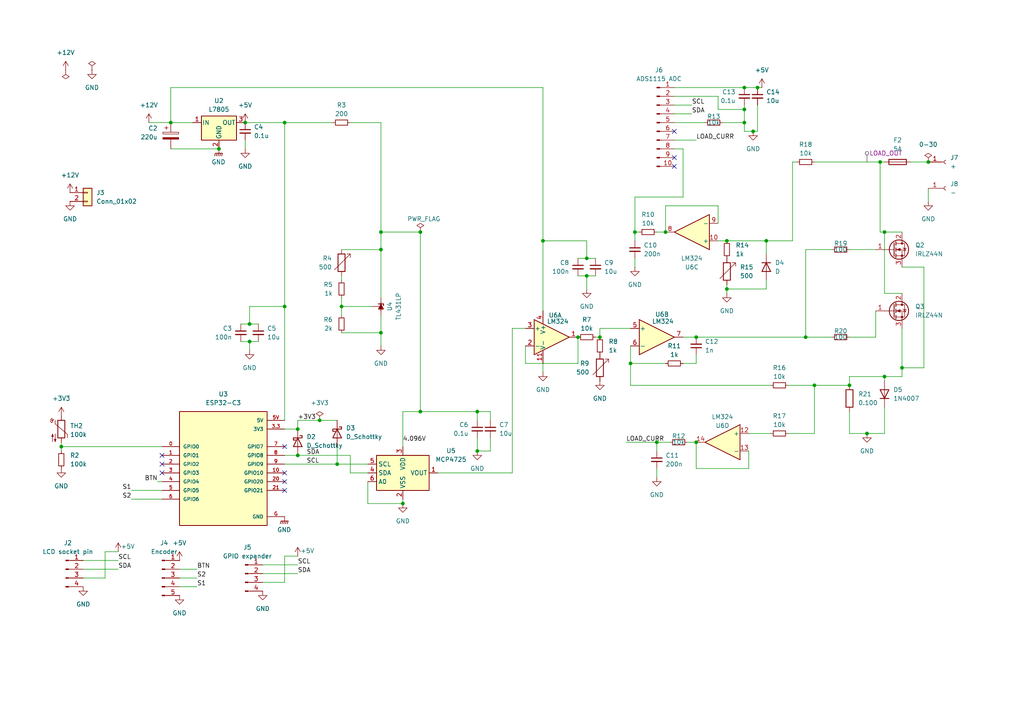
<source format=kicad_sch>
(kicad_sch (version 20250114) (generator "eeschema") (generator_version "9.0")
  (paper "A4")
  (title_block (title "DC Load") (date "2025-03-28") (rev "1") (company "Yurii"))
  (lib_symbols
    (symbol "Amplifier_Operational:LM324" (pin_names (offset 0.127))
      (property "Reference" "U" (at 0 5.08 0))
      (property "Value" "LM324" (at 0 -5.08 0))
      (symbol "LM324_1_1"
        (pin input line (at -7.62 2.54 0) (length 2.54) (name "+") (number "3"))
        (pin input line (at -7.62 -2.54 0) (length 2.54) (name "-") (number "2"))
        (pin output line (at 7.62 0 180) (length 2.54) (name "~") (number "1"))
      )
      (symbol "LM324_2_1"
        (pin input line (at -7.62 2.54 0) (length 2.54) (name "+") (number "5"))
        (pin input line (at -7.62 -2.54 0) (length 2.54) (name "-") (number "6"))
        (pin output line (at 7.62 0 180) (length 2.54) (name "~") (number "7"))
      )
      (symbol "LM324_3_1"
        (pin input line (at -7.62 2.54 0) (length 2.54) (name "+") (number "10"))
        (pin input line (at -7.62 -2.54 0) (length 2.54) (name "-") (number "9"))
        (pin output line (at 7.62 0 180) (length 2.54) (name "~") (number "8"))
      )
      (symbol "LM324_4_1"
        (pin input line (at -7.62 2.54 0) (length 2.54) (name "+") (number "12"))
        (pin input line (at -7.62 -2.54 0) (length 2.54) (name "-") (number "13"))
        (pin output line (at 7.62 0 180) (length 2.54) (name "~") (number "14"))
      )
      (symbol "LM324_5_1"
        (pin power_in line (at -2.54 7.62 270) (length 3.81) (name "V+") (number "4"))
        (pin power_in line (at -2.54 -7.62 90) (length 3.81) (name "V-") (number "11"))
      )
    )
    (symbol "Analog_DAC:MCP4725xxx-xCH"
      (property "Reference" "U" (at -6.35 6.35 0))
      (property "Value" "MCP4725xxx-xCH" (at 8.89 6.35 0))
      (symbol "MCP4725xxx-xCH_1_1"
        (pin input line (at -10.16 2.54 0) (length 2.54) (name "SCL") (number "5"))
        (pin bidirectional line (at -10.16 0 0) (length 2.54) (name "SDA") (number "4"))
        (pin input line (at -10.16 -2.54 0) (length 2.54) (name "A0") (number "6"))
        (pin power_in line (at 0 7.62 270) (length 2.54) (name "VDD") (number "3"))
        (pin power_in line (at 0 -7.62 90) (length 2.54) (name "VSS") (number "2"))
        (pin output line (at 10.16 0 180) (length 2.54) (name "VOUT") (number "1"))
      )
    )
    (symbol "Connector:Conn_01x01_Socket" (pin_names (offset 1.016) (hide yes))
      (property "Reference" "J" (at 0 2.54 0))
      (property "Value" "Conn_01x01_Socket" (at 0 -2.54 0))
      (symbol "Conn_01x01_Socket_1_1"
        (pin passive line (at -5.08 0 0) (length 3.81) (name "Pin_1") (number "1"))
      )
    )
    (symbol "Connector:Conn_01x04_Pin" (pin_names (offset 1.016) (hide yes))
      (property "Reference" "J" (at 0 5.08 0))
      (property "Value" "Conn_01x04_Pin" (at 0 -7.62 0))
      (symbol "Conn_01x04_Pin_1_1"
        (pin passive line (at 5.08 2.54 180) (length 3.81) (name "Pin_1") (number "1"))
        (pin passive line (at 5.08 0 180) (length 3.81) (name "Pin_2") (number "2"))
        (pin passive line (at 5.08 -2.54 180) (length 3.81) (name "Pin_3") (number "3"))
        (pin passive line (at 5.08 -5.08 180) (length 3.81) (name "Pin_4") (number "4"))
      )
    )
    (symbol "Connector:Conn_01x05_Pin" (pin_names (offset 1.016) (hide yes))
      (property "Reference" "J" (at 0 7.62 0))
      (property "Value" "Conn_01x05_Pin" (at 0 -7.62 0))
      (symbol "Conn_01x05_Pin_1_1"
        (pin passive line (at 5.08 5.08 180) (length 3.81) (name "Pin_1") (number "1"))
        (pin passive line (at 5.08 2.54 180) (length 3.81) (name "Pin_2") (number "2"))
        (pin passive line (at 5.08 0 180) (length 3.81) (name "Pin_3") (number "3"))
        (pin passive line (at 5.08 -2.54 180) (length 3.81) (name "Pin_4") (number "4"))
        (pin passive line (at 5.08 -5.08 180) (length 3.81) (name "Pin_5") (number "5"))
      )
    )
    (symbol "Connector:Conn_01x10_Pin" (pin_names (offset 1.016) (hide yes))
      (property "Reference" "J" (at 0 12.7 0))
      (property "Value" "Conn_01x10_Pin" (at 0 -15.24 0))
      (symbol "Conn_01x10_Pin_1_1"
        (pin passive line (at 5.08 10.16 180) (length 3.81) (name "Pin_1") (number "1"))
        (pin passive line (at 5.08 7.62 180) (length 3.81) (name "Pin_2") (number "2"))
        (pin passive line (at 5.08 5.08 180) (length 3.81) (name "Pin_3") (number "3"))
        (pin passive line (at 5.08 2.54 180) (length 3.81) (name "Pin_4") (number "4"))
        (pin passive line (at 5.08 0 180) (length 3.81) (name "Pin_5") (number "5"))
        (pin passive line (at 5.08 -2.54 180) (length 3.81) (name "Pin_6") (number "6"))
        (pin passive line (at 5.08 -5.08 180) (length 3.81) (name "Pin_7") (number "7"))
        (pin passive line (at 5.08 -7.62 180) (length 3.81) (name "Pin_8") (number "8"))
        (pin passive line (at 5.08 -10.16 180) (length 3.81) (name "Pin_9") (number "9"))
        (pin passive line (at 5.08 -12.7 180) (length 3.81) (name "Pin_10") (number "10"))
      )
    )
    (symbol "Connector_Generic:Conn_01x02" (pin_names (offset 1.016) (hide yes))
      (property "Reference" "J" (at 0 2.54 0))
      (property "Value" "Conn_01x02" (at 0 -5.08 0))
      (symbol "Conn_01x02_1_1"
        (pin passive line (at -5.08 0 0) (length 3.81) (name "Pin_1") (number "1"))
        (pin passive line (at -5.08 -2.54 0) (length 3.81) (name "Pin_2") (number "2"))
      )
    )
    (symbol "Device:C_Polarized" (pin_numbers (hide yes)) (pin_names (offset 0.254))
      (property "Reference" "C" (at 0.635 2.54 0))
      (property "Value" "C_Polarized" (at 0.635 -2.54 0))
      (symbol "C_Polarized_1_1"
        (pin passive line (at 0 3.81 270) (length 2.794) (name "~") (number "1"))
        (pin passive line (at 0 -3.81 90) (length 2.794) (name "~") (number "2"))
      )
    )
    (symbol "Device:C_Small" (pin_numbers (hide yes)) (pin_names (offset 0.254) (hide yes))
      (property "Reference" "C" (at 0.254 1.778 0))
      (property "Value" "C_Small" (at 0.254 -2.032 0))
      (symbol "C_Small_1_1"
        (pin passive line (at 0 2.54 270) (length 2.032) (name "~") (number "1"))
        (pin passive line (at 0 -2.54 90) (length 2.032) (name "~") (number "2"))
      )
    )
    (symbol "Device:D" (pin_numbers (hide yes)) (pin_names (offset 1.016) (hide yes))
      (property "Reference" "D" (at 0 2.54 0))
      (property "Value" "D" (at 0 -2.54 0))
      (symbol "D_1_1"
        (pin passive line (at -3.81 0 0) (length 2.54) (name "K") (number "1"))
        (pin passive line (at 3.81 0 180) (length 2.54) (name "A") (number "2"))
      )
    )
    (symbol "Device:D_Schottky" (pin_numbers (hide yes)) (pin_names (offset 1.016) (hide yes))
      (property "Reference" "D" (at 0 2.54 0))
      (property "Value" "D_Schottky" (at 0 -2.54 0))
      (symbol "D_Schottky_1_1"
        (pin passive line (at -3.81 0 0) (length 2.54) (name "K") (number "1"))
        (pin passive line (at 3.81 0 180) (length 2.54) (name "A") (number "2"))
      )
    )
    (symbol "Device:Fuse" (pin_numbers (hide yes)) (pin_names (offset 0))
      (property "Reference" "F" (at 2.032 0 90))
      (property "Value" "Fuse" (at -1.905 0 90))
      (symbol "Fuse_1_1"
        (pin passive line (at 0 3.81 270) (length 1.27) (name "~") (number "1"))
        (pin passive line (at 0 -3.81 90) (length 1.27) (name "~") (number "2"))
      )
    )
    (symbol "Device:R" (pin_numbers (hide yes)) (pin_names (offset 0))
      (property "Reference" "R" (at 2.032 0 90))
      (property "Value" "R" (at 0 0 90))
      (symbol "R_1_1"
        (pin passive line (at 0 3.81 270) (length 1.27) (name "~") (number "1"))
        (pin passive line (at 0 -3.81 90) (length 1.27) (name "~") (number "2"))
      )
    )
    (symbol "Device:R_Small" (pin_numbers (hide yes)) (pin_names (offset 0.254) (hide yes))
      (property "Reference" "R" (at 0.762 0.508 0))
      (property "Value" "R_Small" (at 0.762 -1.016 0))
      (symbol "R_Small_1_1"
        (pin passive line (at 0 2.54 270) (length 0.762) (name "~") (number "1"))
        (pin passive line (at 0 -2.54 90) (length 0.762) (name "~") (number "2"))
      )
    )
    (symbol "Device:R_Variable" (pin_numbers (hide yes)) (pin_names (offset 0))
      (property "Reference" "R" (at 2.54 -2.54 90))
      (property "Value" "R_Variable" (at -2.54 -1.27 90))
      (symbol "R_Variable_1_1"
        (pin passive line (at 0 3.81 270) (length 1.27) (name "~") (number "1"))
        (pin passive line (at 0 -3.81 90) (length 1.27) (name "~") (number "2"))
      )
    )
    (symbol "Device:Thermistor_NTC" (pin_numbers (hide yes)) (pin_names (offset 0))
      (property "Reference" "TH" (at -4.445 0 90))
      (property "Value" "Thermistor_NTC" (at 3.175 0 90))
      (symbol "Thermistor_NTC_1_1"
        (pin passive line (at 0 3.81 270) (length 1.27) (name "~") (number "1"))
        (pin passive line (at 0 -3.81 90) (length 1.27) (name "~") (number "2"))
      )
    )
    (symbol "ESP32-C3_SUPERMINI_TH:ESP32-C3_SUPERMINI_TH" (pin_names (offset 1.016))
      (property "Reference" "U" (at -12.7 16.002 0))
      (property "Value" "ESP32-C3_SUPERMINI_TH" (at -12.7 -20.32 0))
      (symbol "ESP32-C3_SUPERMINI_TH_0_0"
        (pin bidirectional line (at -17.78 5.08 0) (length 5.08) (name "GPIO0") (number "0"))
        (pin bidirectional line (at -17.78 2.54 0) (length 5.08) (name "GPIO1") (number "1"))
        (pin bidirectional line (at -17.78 0 0) (length 5.08) (name "GPIO2") (number "2"))
        (pin bidirectional line (at -17.78 -2.54 0) (length 5.08) (name "GPIO3") (number "3"))
        (pin bidirectional line (at -17.78 -5.08 0) (length 5.08) (name "GPIO4") (number "4"))
        (pin bidirectional line (at -17.78 -7.62 0) (length 5.08) (name "GPIO5") (number "5"))
        (pin bidirectional line (at -17.78 -10.16 0) (length 5.08) (name "GPIO6") (number "6"))
        (pin power_in line (at 17.78 12.7 180) (length 5.08) (name "5V") (number "5V"))
        (pin power_in line (at 17.78 10.16 180) (length 5.08) (name "3V3") (number "3.3"))
        (pin bidirectional line (at 17.78 5.08 180) (length 5.08) (name "GPIO7") (number "7"))
        (pin bidirectional line (at 17.78 2.54 180) (length 5.08) (name "GPIO8") (number "8"))
        (pin bidirectional line (at 17.78 0 180) (length 5.08) (name "GPIO9") (number "9"))
        (pin bidirectional line (at 17.78 -2.54 180) (length 5.08) (name "GPIO10") (number "10"))
        (pin bidirectional line (at 17.78 -5.08 180) (length 5.08) (name "GPIO20") (number "20"))
        (pin bidirectional line (at 17.78 -7.62 180) (length 5.08) (name "GPIO21") (number "21"))
        (pin power_in line (at 17.78 -15.24 180) (length 5.08) (name "GND") (number "G"))
      )
    )
    (symbol "Reference_Voltage:TL431LP" (pin_numbers (hide yes)) (pin_names (hide yes))
      (property "Reference" "U" (at -2.54 2.54 0))
      (property "Value" "TL431LP" (at 0 -2.54 0))
      (symbol "TL431LP_1_1"
        (pin passive line (at -2.54 0 0) (length 2.54) (name "A") (number "2"))
        (pin passive line (at 0 2.54 270) (length 2.54) (name "REF") (number "1"))
        (pin passive line (at 2.54 0 180) (length 2.54) (name "K") (number "3"))
      )
    )
    (symbol "Regulator_Linear:L7805" (pin_names (offset 0.254))
      (property "Reference" "U" (at -3.81 3.175 0))
      (property "Value" "L7805" (at 0 3.175 0))
      (symbol "L7805_1_1"
        (pin power_in line (at -7.62 0 0) (length 2.54) (name "IN") (number "1"))
        (pin power_in line (at 0 -7.62 90) (length 2.54) (name "GND") (number "2"))
        (pin power_out line (at 7.62 0 180) (length 2.54) (name "OUT") (number "3"))
      )
    )
    (symbol "Transistor_FET:IRLZ44N" (pin_names (hide yes))
      (property "Reference" "Q" (at 5.08 1.905 0))
      (property "Value" "IRLZ44N" (at 5.08 0 0))
      (symbol "IRLZ44N_1_1"
        (pin input line (at -5.08 0 0) (length 2.54) (name "G") (number "1"))
        (pin passive line (at 2.54 5.08 270) (length 2.54) (name "D") (number "2"))
        (pin passive line (at 2.54 -5.08 90) (length 2.54) (name "S") (number "3"))
      )
    )
    (symbol "power:+12V" (power) (pin_numbers (hide yes)) (pin_names (offset 0) (hide yes))
      (property "Value" "+12V" (at 0 3.556 0))
      (symbol "+12V_1_1"
        (pin power_in line (at 0 0 90) (length 0) (name "~") (number "1"))
      )
    )
    (symbol "power:+3V3" (power) (pin_numbers (hide yes)) (pin_names (offset 0) (hide yes))
      (property "Value" "+3V3" (at 0 3.556 0))
      (symbol "+3V3_1_1"
        (pin power_in line (at 0 0 90) (length 0) (name "~") (number "1"))
      )
    )
    (symbol "power:+5V" (power) (pin_numbers (hide yes)) (pin_names (offset 0) (hide yes))
      (property "Value" "+5V" (at 0 3.556 0))
      (symbol "+5V_1_1"
        (pin power_in line (at 0 0 90) (length 0) (name "~") (number "1"))
      )
    )
    (symbol "power:GND" (power) (pin_numbers (hide yes)) (pin_names (offset 0) (hide yes))
      (property "Value" "GND" (at 0 -3.81 0))
      (symbol "GND_1_1"
        (pin power_in line (at 0 0 270) (length 0) (name "~") (number "1"))
      )
    )
    (symbol "power:GNDPWR" (power) (pin_numbers (hide yes)) (pin_names (offset 0) (hide yes))
      (property "Value" "GNDPWR" (at 0 -3.302 0))
      (symbol "GNDPWR_1_1"
        (pin power_in line (at 0 0 270) (length 0) (name "~") (number "1"))
      )
    )
    (symbol "power:PWR_FLAG" (power) (pin_numbers (hide yes)) (pin_names (offset 0) (hide yes))
      (property "Value" "PWR_FLAG" (at 0 3.81 0))
      (symbol "PWR_FLAG_0_0"
        (pin power_out line (at 0 0 90) (length 0) (name "~") (number "1"))
      )
    )
  )
  (junction (at 269.24 46.99))
  (junction (at 193.04 67.31))
  (junction (at 82.55 35.56))
  (junction (at 261.62 106.68))
  (junction (at 182.88 105.41))
  (junction (at 138.43 130.81))
  (junction (at 170.18 80.01))
  (junction (at 121.92 67.31))
  (junction (at 215.9 31.75))
  (junction (at 251.46 125.73))
  (junction (at 236.22 111.76))
  (junction (at 92.71 121.92))
  (junction (at 201.93 128.27))
  (junction (at 97.79 134.62))
  (junction (at 86.36 124.46))
  (junction (at 222.25 69.85))
  (junction (at 170.18 74.93))
  (junction (at 17.78 129.54))
  (junction (at 173.99 97.79))
  (junction (at 157.48 69.85))
  (junction (at 190.5 128.27))
  (junction (at 246.38 111.76))
  (junction (at 121.92 119.38))
  (junction (at 86.36 132.08))
  (junction (at 110.49 67.31))
  (junction (at 110.49 72.39))
  (junction (at 256.54 109.22))
  (junction (at 71.12 35.56))
  (junction (at 201.93 97.79))
  (junction (at 116.84 146.05))
  (junction (at 184.15 67.31))
  (junction (at 210.82 83.82))
  (junction (at 72.39 93.98))
  (junction (at 63.5 43.18))
  (junction (at 215.9 35.56))
  (junction (at 138.43 119.38))
  (junction (at 99.06 88.9))
  (junction (at 256.54 67.31))
  (junction (at 72.39 99.06))
  (junction (at 218.44 38.1))
  (junction (at 255.27 46.99))
  (junction (at 233.68 97.79))
  (junction (at 219.71 25.4))
  (junction (at 110.49 96.52))
  (junction (at 210.82 69.85))
  (junction (at 215.9 25.4))
  (junction (at 49.53 35.56))
  (junction (at 82.55 88.9))
  (junction (at 167.64 97.79))
  (no_connect (at 195.58 48.26))
  (no_connect (at 82.55 139.7))
  (no_connect (at 46.99 134.62))
  (no_connect (at 82.55 142.24))
  (no_connect (at 82.55 129.54))
  (no_connect (at 195.58 38.1))
  (no_connect (at 46.99 137.16))
  (no_connect (at 82.55 137.16))
  (no_connect (at 46.99 132.08))
  (no_connect (at 195.58 45.72))
  (wire (pts (xy 256.54 109.22) (xy 246.38 109.22)))
  (wire (pts (xy 52.07 170.18) (xy 57.15 170.18)))
  (wire (pts (xy 195.58 33.02) (xy 200.66 33.02)))
  (wire (pts (xy 72.39 93.98) (xy 74.93 93.98)))
  (wire (pts (xy 208.28 59.69) (xy 193.04 59.69)))
  (wire (pts (xy 170.18 80.01) (xy 172.72 80.01)))
  (wire (pts (xy 201.93 97.79) (xy 198.12 97.79)))
  (wire (pts (xy 157.48 69.85) (xy 157.48 90.17)))
  (wire (pts (xy 110.49 100.33) (xy 110.49 96.52)))
  (wire (pts (xy 198.12 43.18) (xy 198.12 57.15)))
  (wire (pts (xy 210.82 85.09) (xy 210.82 83.82)))
  (wire (pts (xy 173.99 95.25) (xy 182.88 95.25)))
  (wire (pts (xy 184.15 67.31) (xy 184.15 69.85)))
  (wire (pts (xy 246.38 125.73) (xy 251.46 125.73)))
  (wire (pts (xy 195.58 27.94) (xy 208.28 27.94)))
  (wire (pts (xy 82.55 132.08) (xy 86.36 132.08)))
  (wire (pts (xy 148.59 95.25) (xy 148.59 137.16)))
  (wire (pts (xy 198.12 105.41) (xy 201.93 105.41)))
  (wire (pts (xy 86.36 121.92) (xy 86.36 124.46)))
  (wire (pts (xy 99.06 72.39) (xy 110.49 72.39)))
  (wire (pts (xy 121.92 119.38) (xy 138.43 119.38)))
  (wire (pts (xy 182.88 105.41) (xy 193.04 105.41)))
  (wire (pts (xy 82.55 134.62) (xy 97.79 134.62)))
  (wire (pts (xy 182.88 100.33) (xy 182.88 105.41)))
  (wire (pts (xy 49.53 43.18) (xy 63.5 43.18)))
  (wire (pts (xy 256.54 85.09) (xy 261.62 85.09)))
  (wire (pts (xy 236.22 125.73) (xy 228.6 125.73)))
  (wire (pts (xy 255.27 46.99) (xy 255.27 67.31)))
  (wire (pts (xy 195.58 43.18) (xy 198.12 43.18)))
  (wire (pts (xy 184.15 57.15) (xy 184.15 67.31)))
  (wire (pts (xy 261.62 95.25) (xy 261.62 106.68)))
  (wire (pts (xy 72.39 93.98) (xy 72.39 88.9)))
  (wire (pts (xy 223.52 125.73) (xy 217.17 125.73)))
  (wire (pts (xy 256.54 109.22) (xy 256.54 110.49)))
  (wire (pts (xy 49.53 25.4) (xy 157.48 25.4)))
  (wire (pts (xy 101.6 132.08) (xy 101.6 137.16)))
  (wire (pts (xy 152.4 100.33) (xy 152.4 105.41)))
  (wire (pts (xy 97.79 134.62) (xy 106.68 134.62)))
  (wire (pts (xy 190.5 128.27) (xy 190.5 130.81)))
  (wire (pts (xy 99.06 96.52) (xy 110.49 96.52)))
  (wire (pts (xy 236.22 46.99) (xy 255.27 46.99)))
  (wire (pts (xy 217.17 135.89) (xy 201.93 135.89)))
  (wire (pts (xy 69.85 99.06) (xy 72.39 99.06)))
  (wire (pts (xy 255.27 67.31) (xy 256.54 67.31)))
  (wire (pts (xy 52.07 167.64) (xy 57.15 167.64)))
  (wire (pts (xy 255.27 46.99) (xy 256.54 46.99)))
  (wire (pts (xy 82.55 161.29) (xy 82.55 168.91)))
  (wire (pts (xy 142.24 119.38) (xy 142.24 121.92)))
  (wire (pts (xy 233.68 97.79) (xy 241.3 97.79)))
  (wire (pts (xy 219.71 25.4) (xy 215.9 25.4)))
  (wire (pts (xy 190.5 135.89) (xy 190.5 138.43)))
  (wire (pts (xy 72.39 99.06) (xy 74.93 99.06)))
  (wire (pts (xy 17.78 129.54) (xy 46.99 129.54)))
  (wire (pts (xy 97.79 121.92) (xy 92.71 121.92)))
  (wire (pts (xy 190.5 128.27) (xy 194.31 128.27)))
  (wire (pts (xy 195.58 35.56) (xy 204.47 35.56)))
  (wire (pts (xy 96.52 35.56) (xy 82.55 35.56)))
  (wire (pts (xy 121.92 119.38) (xy 116.84 119.38)))
  (wire (pts (xy 208.28 69.85) (xy 210.82 69.85)))
  (wire (pts (xy 17.78 129.54) (xy 17.78 130.81)))
  (wire (pts (xy 99.06 88.9) (xy 99.06 91.44)))
  (wire (pts (xy 195.58 30.48) (xy 200.66 30.48)))
  (wire (pts (xy 208.28 31.75) (xy 215.9 31.75)))
  (wire (pts (xy 17.78 128.27) (xy 17.78 129.54)))
  (wire (pts (xy 49.53 35.56) (xy 49.53 25.4)))
  (wire (pts (xy 43.18 35.56) (xy 49.53 35.56)))
  (wire (pts (xy 256.54 118.11) (xy 256.54 125.73)))
  (wire (pts (xy 110.49 35.56) (xy 110.49 67.31)))
  (wire (pts (xy 92.71 121.92) (xy 86.36 121.92)))
  (wire (pts (xy 220.98 25.4) (xy 219.71 25.4)))
  (wire (pts (xy 138.43 119.38) (xy 138.43 121.92)))
  (wire (pts (xy 215.9 25.4) (xy 195.58 25.4)))
  (wire (pts (xy 182.88 111.76) (xy 223.52 111.76)))
  (wire (pts (xy 167.64 97.79) (xy 167.64 105.41)))
  (wire (pts (xy 38.1 142.24) (xy 46.99 142.24)))
  (wire (pts (xy 201.93 97.79) (xy 233.68 97.79)))
  (wire (pts (xy 219.71 30.48) (xy 219.71 38.1)))
  (wire (pts (xy 82.55 161.29) (xy 86.36 161.29)))
  (wire (pts (xy 110.49 72.39) (xy 110.49 86.36)))
  (wire (pts (xy 269.24 54.61) (xy 269.24 58.42)))
  (wire (pts (xy 170.18 80.01) (xy 170.18 83.82)))
  (wire (pts (xy 229.87 46.99) (xy 229.87 69.85)))
  (wire (pts (xy 208.28 27.94) (xy 208.28 31.75)))
  (wire (pts (xy 148.59 95.25) (xy 152.4 95.25)))
  (wire (pts (xy 45.72 139.7) (xy 46.99 139.7)))
  (wire (pts (xy 261.62 106.68) (xy 261.62 109.22)))
  (wire (pts (xy 210.82 83.82) (xy 222.25 83.82)))
  (wire (pts (xy 210.82 83.82) (xy 210.82 82.55)))
  (wire (pts (xy 99.06 81.28) (xy 99.06 80.01)))
  (wire (pts (xy 106.68 139.7) (xy 106.68 146.05)))
  (wire (pts (xy 229.87 46.99) (xy 231.14 46.99)))
  (wire (pts (xy 222.25 69.85) (xy 210.82 69.85)))
  (wire (pts (xy 170.18 74.93) (xy 170.18 69.85)))
  (wire (pts (xy 261.62 109.22) (xy 256.54 109.22)))
  (wire (pts (xy 222.25 81.28) (xy 222.25 83.82)))
  (wire (pts (xy 246.38 119.38) (xy 246.38 125.73)))
  (wire (pts (xy 127 137.16) (xy 148.59 137.16)))
  (wire (pts (xy 190.5 67.31) (xy 193.04 67.31)))
  (wire (pts (xy 76.2 166.37) (xy 86.36 166.37)))
  (wire (pts (xy 110.49 35.56) (xy 101.6 35.56)))
  (wire (pts (xy 172.72 97.79) (xy 173.99 97.79)))
  (wire (pts (xy 195.58 40.64) (xy 201.93 40.64)))
  (wire (pts (xy 157.48 107.95) (xy 157.48 105.41)))
  (wire (pts (xy 261.62 77.47) (xy 267.97 77.47)))
  (wire (pts (xy 199.39 128.27) (xy 201.93 128.27)))
  (wire (pts (xy 184.15 74.93) (xy 184.15 77.47)))
  (wire (pts (xy 38.1 144.78) (xy 46.99 144.78)))
  (wire (pts (xy 246.38 111.76) (xy 246.38 109.22)))
  (wire (pts (xy 246.38 72.39) (xy 254 72.39)))
  (wire (pts (xy 193.04 59.69) (xy 193.04 67.31)))
  (wire (pts (xy 72.39 88.9) (xy 82.55 88.9)))
  (wire (pts (xy 110.49 67.31) (xy 121.92 67.31)))
  (wire (pts (xy 233.68 72.39) (xy 233.68 97.79)))
  (wire (pts (xy 170.18 74.93) (xy 172.72 74.93)))
  (wire (pts (xy 254 90.17) (xy 254 97.79)))
  (wire (pts (xy 138.43 130.81) (xy 142.24 130.81)))
  (wire (pts (xy 215.9 31.75) (xy 215.9 35.56)))
  (wire (pts (xy 228.6 111.76) (xy 236.22 111.76)))
  (wire (pts (xy 157.48 25.4) (xy 157.48 69.85)))
  (wire (pts (xy 218.44 38.1) (xy 219.71 38.1)))
  (wire (pts (xy 241.3 72.39) (xy 233.68 72.39)))
  (wire (pts (xy 72.39 99.06) (xy 72.39 101.6)))
  (wire (pts (xy 209.55 35.56) (xy 215.9 35.56)))
  (wire (pts (xy 121.92 67.31) (xy 121.92 119.38)))
  (wire (pts (xy 138.43 119.38) (xy 142.24 119.38)))
  (wire (pts (xy 181.61 128.27) (xy 190.5 128.27)))
  (wire (pts (xy 261.62 106.68) (xy 267.97 106.68)))
  (wire (pts (xy 97.79 129.54) (xy 97.79 134.62)))
  (wire (pts (xy 142.24 127) (xy 142.24 130.81)))
  (wire (pts (xy 246.38 97.79) (xy 254 97.79)))
  (wire (pts (xy 71.12 35.56) (xy 82.55 35.56)))
  (wire (pts (xy 167.64 80.01) (xy 170.18 80.01)))
  (wire (pts (xy 82.55 124.46) (xy 86.36 124.46)))
  (wire (pts (xy 256.54 67.31) (xy 256.54 85.09)))
  (wire (pts (xy 101.6 137.16) (xy 106.68 137.16)))
  (wire (pts (xy 110.49 67.31) (xy 110.49 72.39)))
  (wire (pts (xy 215.9 35.56) (xy 215.9 38.1)))
  (wire (pts (xy 116.84 146.05) (xy 106.68 146.05)))
  (wire (pts (xy 24.13 162.56) (xy 34.29 162.56)))
  (wire (pts (xy 236.22 111.76) (xy 236.22 125.73)))
  (wire (pts (xy 30.48 160.02) (xy 34.29 160.02)))
  (wire (pts (xy 24.13 165.1) (xy 34.29 165.1)))
  (wire (pts (xy 52.07 165.1) (xy 57.15 165.1)))
  (wire (pts (xy 222.25 73.66) (xy 222.25 69.85)))
  (wire (pts (xy 86.36 132.08) (xy 101.6 132.08)))
  (wire (pts (xy 30.48 160.02) (xy 30.48 167.64)))
  (wire (pts (xy 201.93 128.27) (xy 201.93 135.89)))
  (wire (pts (xy 49.53 35.56) (xy 55.88 35.56)))
  (wire (pts (xy 30.48 167.64) (xy 24.13 167.64)))
  (wire (pts (xy 152.4 105.41) (xy 167.64 105.41)))
  (wire (pts (xy 167.64 74.93) (xy 170.18 74.93)))
  (wire (pts (xy 229.87 69.85) (xy 222.25 69.85)))
  (wire (pts (xy 99.06 88.9) (xy 107.95 88.9)))
  (wire (pts (xy 256.54 67.31) (xy 261.62 67.31)))
  (wire (pts (xy 264.16 46.99) (xy 269.24 46.99)))
  (wire (pts (xy 82.55 168.91) (xy 76.2 168.91)))
  (wire (pts (xy 138.43 127) (xy 138.43 130.81)))
  (wire (pts (xy 157.48 69.85) (xy 170.18 69.85)))
  (wire (pts (xy 215.9 30.48) (xy 215.9 31.75)))
  (wire (pts (xy 110.49 96.52) (xy 110.49 91.44)))
  (wire (pts (xy 267.97 77.47) (xy 267.97 106.68)))
  (wire (pts (xy 236.22 111.76) (xy 246.38 111.76)))
  (wire (pts (xy 69.85 93.98) (xy 72.39 93.98)))
  (wire (pts (xy 82.55 35.56) (xy 82.55 88.9)))
  (wire (pts (xy 217.17 130.81) (xy 217.17 135.89)))
  (wire (pts (xy 99.06 86.36) (xy 99.06 88.9)))
  (wire (pts (xy 182.88 105.41) (xy 182.88 111.76)))
  (wire (pts (xy 173.99 97.79) (xy 173.99 95.25)))
  (wire (pts (xy 184.15 57.15) (xy 198.12 57.15)))
  (wire (pts (xy 116.84 144.78) (xy 116.84 146.05)))
  (wire (pts (xy 82.55 88.9) (xy 82.55 121.92)))
  (wire (pts (xy 215.9 38.1) (xy 218.44 38.1)))
  (wire (pts (xy 251.46 125.73) (xy 256.54 125.73)))
  (wire (pts (xy 76.2 163.83) (xy 86.36 163.83)))
  (wire (pts (xy 184.15 67.31) (xy 185.42 67.31)))
  (wire (pts (xy 71.12 40.64) (xy 71.12 43.18)))
  (wire (pts (xy 208.28 64.77) (xy 208.28 59.69)))
  (wire (pts (xy 201.93 102.87) (xy 201.93 105.41)))
  (wire (pts (xy 116.84 119.38) (xy 116.84 129.54)))
  (label "LOAD_CURR" (at 201.93 40.64 0))
  (label "4.096V" (at 116.84 128.27 0))
  (label "SCL" (at 88.9 134.62 0))
  (label "+3V3" (at 86.36 121.92 0))
  (label "LOAD_CURR" (at 181.61 128.27 0))
  (label "SDA" (at 200.66 33.02 0))
  (label "BTN" (at 45.72 139.7 180))
  (label "S2" (at 57.15 167.64 0))
  (label "SCL" (at 86.36 163.83 0))
  (label "S2" (at 38.1 144.78 180))
  (label "SCL" (at 34.29 162.56 0))
  (label "SCL" (at 200.66 30.48 0))
  (label "S1" (at 57.15 170.18 0))
  (label "SDA" (at 86.36 166.37 0))
  (label "S1" (at 38.1 142.24 180))
  (label "BTN" (at 57.15 165.1 0))
  (label "SDA" (at 88.9 132.08 0))
  (label "SDA" (at 34.29 165.1 0))
  (netclass_flag "" (length 2.54) (shape round) (at 251.46 46.99 0) (property "Netclass" "LOAD_OUT" (at 252.1585 44.45 0) (effects (justify left))))
  (symbol (lib_id "Device:R_Small") (at 170.18 97.79 90) (unit 1)
    (property "Reference" "R7" (at 170.18 92.71 90))
    (property "Value" "10k" (at 170.18 95.25 90))
    (property "Footprint" "Resistor_THT:R_Axial_DIN0207_L6.3mm_D2.5mm_P10.16mm_Horizontal" (effects (hide yes)))
    (property "Description" "Resistor, small symbol" (effects (hide yes)))
  )
  (symbol (lib_id "Amplifier_Operational:LM324") (at 160.02 97.79 0) (unit 1)
    (property "Reference" "U6" (at 161.036 91.44 0))
    (property "Value" "LM324" (at 161.798 93.218 0))
    (property "Footprint" "Package_DIP:DIP-14_W7.62mm" (effects (hide yes)))
    (property "Datasheet" "http://www.ti.com/lit/ds/symlink/lm2902-n.pdf" (effects (hide yes)))
    (property "Description" "Low-Power, Quad-Operational Amplifiers, DIP-14/SOIC-14/SSOP-14" (effects (hide yes)))
  )
  (symbol (lib_id "Device:R_Variable") (at 210.82 78.74 0) (unit 1)
    (property "Reference" "R15" (at 214.63 77.4699 0) (effects (justify left)))
    (property "Value" "500" (at 214.63 80.0099 0) (effects (justify left)))
    (property "Footprint" "Resistor_THT:R_Axial_DIN0207_L6.3mm_D2.5mm_P10.16mm_Horizontal" (effects (hide yes)))
    (property "Description" "Variable resistor" (effects (hide yes)))
  )
  (symbol (lib_id "Device:R_Small") (at 207.01 35.56 90) (unit 1)
    (property "Reference" "R13" (at 207.01 33.782 90))
    (property "Value" "10k" (at 207.01 35.56 90))
    (property "Footprint" "Resistor_THT:R_Axial_DIN0207_L6.3mm_D2.5mm_P10.16mm_Horizontal" (effects (hide yes)))
    (property "Description" "Resistor, small symbol" (effects (hide yes)))
  )
  (symbol (lib_id "Device:C_Small") (at 172.72 77.47 0) (unit 1)
    (property "Reference" "C9" (at 175.26 76.2062 0) (effects (justify left)))
    (property "Value" "10u" (at 175.26 78.7462 0) (effects (justify left)))
    (property "Footprint" "Capacitor_THT:CP_Radial_D5.0mm_P2.50mm" (effects (hide yes)))
    (property "Description" "Unpolarized capacitor, small symbol" (effects (hide yes)))
  )
  (symbol (lib_id "Device:D_Schottky") (at 86.36 128.27 270) (unit 1)
    (property "Reference" "D2" (at 88.9 126.6824 90) (effects (justify left)))
    (property "Value" "D_Schottky" (at 88.9 129.2224 90) (effects (justify left)))
    (property "Footprint" "Diode_THT:D_DO-201AD_P15.24mm_Horizontal" (effects (hide yes)))
    (property "Description" "Schottky diode" (effects (hide yes)))
  )
  (symbol (lib_id "Device:C_Small") (at 219.71 27.94 0) (unit 1)
    (property "Reference" "C14" (at 222.25 26.6762 0) (effects (justify left)))
    (property "Value" "10u" (at 222.25 29.2162 0) (effects (justify left)))
    (property "Footprint" "Capacitor_THT:CP_Radial_D5.0mm_P2.50mm" (effects (hide yes)))
    (property "Description" "Unpolarized capacitor, small symbol" (effects (hide yes)))
  )
  (symbol (lib_id "power:GND") (at 24.13 170.18 0) (unit 1)
    (property "Reference" "#PWR07" (effects (hide yes)))
    (property "Value" "GND" (at 24.13 175.26 0))
    (property "Description" "Power symbol creates a global label with name \"GND\" , ground" (effects (hide yes)))
  )
  (symbol (lib_id "Amplifier_Operational:LM324") (at 209.55 128.27 0) (mirror y) (unit 4)
    (property "Reference" "U6" (at 209.55 123.444 0))
    (property "Value" "LM324" (at 209.55 120.904 0))
    (property "Footprint" "Package_DIP:DIP-14_W7.62mm" (effects (hide yes)))
    (property "Datasheet" "http://www.ti.com/lit/ds/symlink/lm2902-n.pdf" (effects (hide yes)))
    (property "Description" "Low-Power, Quad-Operational Amplifiers, DIP-14/SOIC-14/SSOP-14" (effects (hide yes)))
  )
  (symbol (lib_id "Device:D") (at 256.54 114.3 90) (unit 1)
    (property "Reference" "D5" (at 259.08 113.0299 90) (effects (justify right)))
    (property "Value" "1N4007" (at 259.08 115.5699 90) (effects (justify right)))
    (property "Footprint" "Diode_THT:D_DO-201AD_P15.24mm_Horizontal" (effects (hide yes)))
    (property "Description" "Diode" (effects (hide yes)))
    (property "Sim.Device" "D" (effects (hide yes)))
    (property "Sim.Pins" "1=K 2=A" (effects (hide yes)))
  )
  (symbol (lib_id "Device:R_Small") (at 173.99 100.33 0) (unit 1)
    (property "Reference" "R8" (at 176.53 99.0599 0) (effects (justify left)))
    (property "Value" "1k" (at 176.53 101.5999 0) (effects (justify left)))
    (property "Footprint" "Resistor_THT:R_Axial_DIN0207_L6.3mm_D2.5mm_P10.16mm_Horizontal" (effects (hide yes)))
    (property "Description" "Resistor, small symbol" (effects (hide yes)))
  )
  (symbol (lib_id "Device:R_Small") (at 243.84 72.39 270) (unit 1)
    (property "Reference" "R19" (at 243.84 70.612 90))
    (property "Value" "100" (at 243.84 72.39 90))
    (property "Footprint" "Resistor_THT:R_Axial_DIN0207_L6.3mm_D2.5mm_P10.16mm_Horizontal" (effects (hide yes)))
    (property "Description" "Resistor, small symbol" (effects (hide yes)))
  )
  (symbol (lib_id "Device:R_Small") (at 233.68 46.99 270) (unit 1)
    (property "Reference" "R18" (at 233.68 41.91 90))
    (property "Value" "10k" (at 233.68 44.45 90))
    (property "Footprint" "Resistor_THT:R_Axial_DIN0207_L6.3mm_D2.5mm_P10.16mm_Horizontal" (effects (hide yes)))
    (property "Description" "Resistor, small symbol" (effects (hide yes)))
  )
  (symbol (lib_id "power:GND") (at 17.78 135.89 0) (unit 1)
    (property "Reference" "#PWR03" (effects (hide yes)))
    (property "Value" "GND" (at 17.78 140.97 0))
    (property "Description" "Power symbol creates a global label with name \"GND\" , ground" (effects (hide yes)))
  )
  (symbol (lib_id "Connector:Conn_01x04_Pin") (at 19.05 165.1 0) (unit 1)
    (property "Reference" "J2" (at 19.685 157.48 0))
    (property "Value" "LCD socket pin" (at 19.685 160.02 0))
    (property "Footprint" "Connector_PinHeader_2.54mm:PinHeader_1x04_P2.54mm_Vertical" (effects (hide yes)))
    (property "Description" "Generic connector, single row, 01x04, script generated" (effects (hide yes)))
  )
  (symbol (lib_id "power:GND") (at 72.39 101.6 0) (unit 1)
    (property "Reference" "#PWR015" (effects (hide yes)))
    (property "Value" "GND" (at 72.39 106.68 0))
    (property "Description" "Power symbol creates a global label with name \"GND\" , ground" (effects (hide yes)))
  )
  (symbol (lib_id "power:+5V") (at 52.07 162.56 0) (unit 1)
    (property "Reference" "#PWR011" (effects (hide yes)))
    (property "Value" "+5V" (at 52.07 157.48 0))
    (property "Description" "Power symbol creates a global label with name \"+5V\"" (effects (hide yes)))
  )
  (symbol (lib_id "power:GND") (at 251.46 125.73 0) (unit 1)
    (property "Reference" "#PWR029" (effects (hide yes)))
    (property "Value" "GND" (at 251.46 130.81 0))
    (property "Description" "Power symbol creates a global label with name \"GND\" , ground" (effects (hide yes)))
  )
  (symbol (lib_id "power:GND") (at 138.43 130.81 0) (unit 1)
    (property "Reference" "#PWR020" (effects (hide yes)))
    (property "Value" "GND" (at 138.43 135.89 0))
    (property "Description" "Power symbol creates a global label with name \"GND\" , ground" (effects (hide yes)))
  )
  (symbol (lib_id "Device:R_Small") (at 226.06 111.76 270) (unit 1)
    (property "Reference" "R16" (at 226.06 106.68 90))
    (property "Value" "10k" (at 226.06 109.22 90))
    (property "Footprint" "Resistor_THT:R_Axial_DIN0207_L6.3mm_D2.5mm_P10.16mm_Horizontal" (effects (hide yes)))
    (property "Description" "Resistor, small symbol" (effects (hide yes)))
  )
  (symbol (lib_id "power:GND") (at 184.15 77.47 0) (unit 1)
    (property "Reference" "#PWR024" (effects (hide yes)))
    (property "Value" "GND" (at 184.15 82.55 0))
    (property "Description" "Power symbol creates a global label with name \"GND\" , ground" (effects (hide yes)))
  )
  (symbol (lib_id "power:+12V") (at 19.05 20.32 0) (unit 1)
    (property "Reference" "#PWR04" (effects (hide yes)))
    (property "Value" "+12V" (at 19.05 15.24 0))
    (property "Description" "Power symbol creates a global label with name \"+12V\"" (effects (hide yes)))
  )
  (symbol (lib_id "Device:Thermistor_NTC") (at 17.78 124.46 0) (unit 1)
    (property "Reference" "TH2" (at 20.32 123.5074 0) (effects (justify left)))
    (property "Value" "100k" (at 20.32 126.0474 0) (effects (justify left)))
    (property "Footprint" "Resistor_THT:R_Axial_DIN0207_L6.3mm_D2.5mm_P10.16mm_Horizontal" (effects (hide yes)))
    (property "Description" "Temperature dependent resistor, negative temperature coefficient" (effects (hide yes)))
  )
  (symbol (lib_id "power:+3V3") (at 17.78 120.65 0) (unit 1)
    (property "Reference" "#PWR02" (effects (hide yes)))
    (property "Value" "+3V3" (at 17.78 115.57 0))
    (property "Description" "Power symbol creates a global label with name \"+3V3\"" (effects (hide yes)))
  )
  (symbol (lib_id "Device:R_Small") (at 187.96 67.31 90) (unit 1)
    (property "Reference" "R10" (at 187.96 62.23 90))
    (property "Value" "10k" (at 187.96 64.77 90))
    (property "Footprint" "Resistor_THT:R_Axial_DIN0207_L6.3mm_D2.5mm_P10.16mm_Horizontal" (effects (hide yes)))
    (property "Description" "Resistor, small symbol" (effects (hide yes)))
  )
  (symbol (lib_id "Device:C_Small") (at 190.5 133.35 0) (unit 1)
    (property "Reference" "C11" (at 193.04 132.0862 0) (effects (justify left)))
    (property "Value" "200n" (at 193.04 134.6262 0) (effects (justify left)))
    (property "Footprint" "Capacitor_THT:CP_Radial_D5.0mm_P2.50mm" (effects (hide yes)))
    (property "Description" "Unpolarized capacitor, small symbol" (effects (hide yes)))
  )
  (symbol (lib_id "Device:C_Small") (at 215.9 27.94 0) (mirror y) (unit 1)
    (property "Reference" "C13" (at 213.36 26.6762 0) (effects (justify left)))
    (property "Value" "0.1u" (at 213.36 29.2162 0) (effects (justify left)))
    (property "Footprint" "Capacitor_THT:C_Disc_D3.0mm_W2.0mm_P2.50mm" (effects (hide yes)))
    (property "Description" "Unpolarized capacitor, small symbol" (effects (hide yes)))
  )
  (symbol (lib_id "power:+12V") (at 43.18 35.56 0) (unit 1)
    (property "Reference" "#PWR010" (effects (hide yes)))
    (property "Value" "+12V" (at 43.18 30.48 0))
    (property "Description" "Power symbol creates a global label with name \"+12V\"" (effects (hide yes)))
  )
  (symbol (lib_id "Connector:Conn_01x05_Pin") (at 46.99 167.64 0) (unit 1)
    (property "Reference" "J4" (at 47.625 157.48 0))
    (property "Value" "Encoder" (at 47.625 160.02 0))
    (property "Footprint" "Connector_PinHeader_2.54mm:PinHeader_1x05_P2.54mm_Vertical" (effects (hide yes)))
    (property "Description" "Generic connector, single row, 01x05, script generated" (effects (hide yes)))
  )
  (symbol (lib_id "power:GND") (at 76.2 171.45 0) (unit 1)
    (property "Reference" "#PWR016" (effects (hide yes)))
    (property "Value" "GND" (at 76.2 176.53 0))
    (property "Description" "Power symbol creates a global label with name \"GND\" , ground" (effects (hide yes)))
  )
  (symbol (lib_id "Regulator_Linear:L7805") (at 63.5 35.56 0) (unit 1)
    (property "Reference" "U2" (at 63.5 29.21 0))
    (property "Value" "L7805" (at 63.5 31.75 0))
    (property "Footprint" "Package_TO_SOT_THT:TO-220F-3_Vertical" (effects (hide yes)))
    (property "Datasheet" "http://www.st.com/content/ccc/resource/technical/document/datasheet/41/4f/b3/b0/12/d4/47/88/CD00000444.pdf/files/CD00000444.pdf/jcr:content/translations/en.CD00000444.pdf" (effects (hide yes)))
    (property "Description" "Positive 1.5A 35V Linear Regulator, Fixed Output 5V, TO-220/TO-263/TO-252" (effects (hide yes)))
  )
  (symbol (lib_id "power:+5V") (at 86.36 161.29 0) (unit 1)
    (property "Reference" "#PWR017" (effects (hide yes)))
    (property "Value" "+5V" (at 89.154 159.766 0))
    (property "Description" "Power symbol creates a global label with name \"+5V\"" (effects (hide yes)))
  )
  (symbol (lib_id "power:GNDPWR") (at 63.5 43.18 0) (unit 1)
    (property "Reference" "#PWR_FLAG02" (effects (hide yes)))
    (property "Value" "GND" (at 63.373 46.99 0))
    (property "Description" "Power symbol creates a global label with name \"GNDPWR\" , global ground" (effects (hide yes)))
  )
  (symbol (lib_id "Transistor_FET:IRLZ44N") (at 259.08 72.39 0) (unit 1)
    (property "Reference" "Q2" (at 265.43 71.1199 0) (effects (justify left)))
    (property "Value" "IRLZ44N" (at 265.43 73.6599 0) (effects (justify left)))
    (property "Footprint" "Package_TO_SOT_THT:TO-220-3_Vertical" (effects (hide yes)))
    (property "Datasheet" "http://www.irf.com/product-info/datasheets/data/irlz44n.pdf" (effects (hide yes)))
    (property "Description" "47A Id, 55V Vds, 22mOhm Rds Single N-Channel HEXFET Power MOSFET, TO-220AB" (effects (hide yes)))
  )
  (symbol (lib_id "power:GND") (at 170.18 83.82 0) (unit 1)
    (property "Reference" "#PWR022" (effects (hide yes)))
    (property "Value" "GND" (at 170.18 88.9 0))
    (property "Description" "Power symbol creates a global label with name \"GND\" , ground" (effects (hide yes)))
  )
  (symbol (lib_id "power:GND") (at 110.49 100.33 0) (unit 1)
    (property "Reference" "#PWR018" (effects (hide yes)))
    (property "Value" "GND" (at 110.49 105.41 0))
    (property "Description" "Power symbol creates a global label with name \"GND\" , ground" (effects (hide yes)))
  )
  (symbol (lib_id "power:GND") (at 210.82 85.09 0) (unit 1)
    (property "Reference" "#PWR026" (effects (hide yes)))
    (property "Value" "GND" (at 210.82 90.17 0))
    (property "Description" "Power symbol creates a global label with name \"GND\" , ground" (effects (hide yes)))
  )
  (symbol (lib_id "Device:R_Small") (at 195.58 105.41 90) (unit 1)
    (property "Reference" "R11" (at 195.58 100.33 90))
    (property "Value" "1k" (at 195.58 102.87 90))
    (property "Footprint" "Resistor_THT:R_Axial_DIN0207_L6.3mm_D2.5mm_P10.16mm_Horizontal" (effects (hide yes)))
    (property "Description" "Resistor, small symbol" (effects (hide yes)))
  )
  (symbol (lib_id "Device:R_Small") (at 99.06 93.98 0) (mirror y) (unit 1)
    (property "Reference" "R6" (at 96.52 92.7099 0) (effects (justify left)))
    (property "Value" "2k" (at 96.52 95.2499 0) (effects (justify left)))
    (property "Footprint" "Resistor_THT:R_Axial_DIN0207_L6.3mm_D2.5mm_P10.16mm_Horizontal" (effects (hide yes)))
    (property "Description" "Resistor, small symbol" (effects (hide yes)))
  )
  (symbol (lib_id "Amplifier_Operational:LM324") (at 160.02 97.79 0) (unit 5)
    (property "Reference" "U6" (effects (hide yes)))
    (property "Value" "LM324" (effects (hide yes)))
    (property "Footprint" "Package_DIP:DIP-14_W7.62mm" (effects (hide yes)))
    (property "Datasheet" "http://www.ti.com/lit/ds/symlink/lm2902-n.pdf" (effects (hide yes)))
    (property "Description" "Low-Power, Quad-Operational Amplifiers, DIP-14/SOIC-14/SSOP-14" (effects (hide yes)))
  )
  (symbol (lib_id "power:GND") (at 71.12 43.18 0) (unit 1)
    (property "Reference" "#PWR014" (effects (hide yes)))
    (property "Value" "GND" (at 71.12 48.26 0))
    (property "Description" "Power symbol creates a global label with name \"GND\" , ground" (effects (hide yes)))
  )
  (symbol (lib_id "Device:D_Schottky") (at 97.79 125.73 270) (unit 1)
    (property "Reference" "D3" (at 100.33 124.1424 90) (effects (justify left)))
    (property "Value" "D_Schottky" (at 100.33 126.6824 90) (effects (justify left)))
    (property "Footprint" "Diode_THT:D_DO-201AD_P15.24mm_Horizontal" (effects (hide yes)))
    (property "Description" "Schottky diode" (effects (hide yes)))
  )
  (symbol (lib_id "Device:C_Small") (at 201.93 100.33 180) (unit 1)
    (property "Reference" "C12" (at 204.47 99.0535 0) (effects (justify right)))
    (property "Value" "1n" (at 204.47 101.5935 0) (effects (justify right)))
    (property "Footprint" "Capacitor_THT:C_Disc_D3.0mm_W2.0mm_P2.50mm" (effects (hide yes)))
    (property "Description" "Unpolarized capacitor, small symbol" (effects (hide yes)))
  )
  (symbol (lib_id "Device:C_Polarized") (at 49.53 39.37 0) (unit 1)
    (property "Reference" "C2" (at 45.72 37.2109 0) (effects (justify right)))
    (property "Value" "220u" (at 45.72 39.7509 0) (effects (justify right)))
    (property "Footprint" "Capacitor_THT:CP_Radial_D5.0mm_P2.50mm" (effects (hide yes)))
    (property "Description" "Polarized capacitor" (effects (hide yes)))
  )
  (symbol (lib_id "Connector:Conn_01x01_Socket") (at 274.32 46.99 0) (unit 1)
    (property "Reference" "J7" (at 275.59 45.7199 0) (effects (justify left)))
    (property "Value" "+" (at 275.59 48.2599 0) (effects (justify left)))
    (property "Footprint" "Connector_PinHeader_2.54mm:PinHeader_1x01_P2.54mm_Vertical" (effects (hide yes)))
    (property "Description" "Generic connector, single row, 01x01, script generated" (effects (hide yes)))
  )
  (symbol (lib_id "power:PWR_FLAG") (at 269.24 46.99 0) (unit 1)
    (property "Reference" "#FLG06" (effects (hide yes)))
    (property "Value" "0-30" (at 269.24 41.91 0))
    (property "Description" "Special symbol for telling ERC where power comes from" (effects (hide yes)))
  )
  (symbol (lib_id "Connector:Conn_01x01_Socket") (at 274.32 54.61 0) (unit 1)
    (property "Reference" "J8" (at 275.59 53.3399 0) (effects (justify left)))
    (property "Value" "-" (at 275.59 55.8799 0) (effects (justify left)))
    (property "Footprint" "Connector_PinHeader_2.54mm:PinHeader_1x01_P2.54mm_Vertical" (effects (hide yes)))
    (property "Description" "Generic connector, single row, 01x01, script generated" (effects (hide yes)))
  )
  (symbol (lib_id "Device:R_Small") (at 196.85 128.27 90) (unit 1)
    (property "Reference" "R12" (at 196.85 126.492 90))
    (property "Value" "10k" (at 196.85 128.27 90))
    (property "Footprint" "Resistor_THT:R_Axial_DIN0207_L6.3mm_D2.5mm_P10.16mm_Horizontal" (effects (hide yes)))
    (property "Description" "Resistor, small symbol" (effects (hide yes)))
  )
  (symbol (lib_id "power:GNDPWR") (at 82.55 149.86 0) (unit 1)
    (property "Reference" "#PWR_FLAG03" (effects (hide yes)))
    (property "Value" "GND" (at 82.423 153.67 0))
    (property "Description" "Power symbol creates a global label with name \"GNDPWR\" , global ground" (effects (hide yes)))
  )
  (symbol (lib_id "power:GND") (at 20.32 58.42 0) (unit 1)
    (property "Reference" "#PWR06" (effects (hide yes)))
    (property "Value" "GND" (at 20.32 63.5 0))
    (property "Description" "Power symbol creates a global label with name \"GND\" , ground" (effects (hide yes)))
  )
  (symbol (lib_id "Device:R") (at 246.38 115.57 0) (unit 1)
    (property "Reference" "R21" (at 248.92 114.2999 0) (effects (justify left)))
    (property "Value" "0.100" (at 248.92 116.8399 0) (effects (justify left)))
    (property "Footprint" "Resistor_THT:R_Box_L8.4mm_W2.5mm_P5.08mm" (effects (hide yes)))
    (property "Description" "Resistor" (effects (hide yes)))
  )
  (symbol (lib_id "Device:Fuse") (at 260.35 46.99 90) (unit 1)
    (property "Reference" "F2" (at 260.35 40.64 90))
    (property "Value" "5A" (at 260.35 43.18 90))
    (property "Footprint" "Fuse:Fuseholder_Clip-5x20mm_Eaton_1A5601-01_Inline_P20.80x6.76mm_D1.70mm_Horizontal" (effects (hide yes)))
    (property "Description" "Fuse" (effects (hide yes)))
  )
  (symbol (lib_id "power:GND") (at 52.07 172.72 0) (unit 1)
    (property "Reference" "#PWR012" (effects (hide yes)))
    (property "Value" "GND" (at 52.07 177.8 0))
    (property "Description" "Power symbol creates a global label with name \"GND\" , ground" (effects (hide yes)))
  )
  (symbol (lib_id "power:PWR_FLAG") (at 92.71 121.92 0) (unit 1)
    (property "Reference" "#FLG04" (effects (hide yes)))
    (property "Value" "+3V3" (at 92.71 116.84 0))
    (property "Description" "Special symbol for telling ERC where power comes from" (effects (hide yes)))
  )
  (symbol (lib_id "Device:C_Small") (at 142.24 124.46 0) (unit 1)
    (property "Reference" "C7" (at 144.78 123.1962 0) (effects (justify left)))
    (property "Value" "10u" (at 144.78 125.7362 0) (effects (justify left)))
    (property "Footprint" "Capacitor_THT:CP_Radial_D5.0mm_P2.50mm" (effects (hide yes)))
    (property "Description" "Unpolarized capacitor, small symbol" (effects (hide yes)))
  )
  (symbol (lib_id "Connector_Generic:Conn_01x02") (at 25.4 55.88 0) (unit 1)
    (property "Reference" "J3" (at 27.94 55.8799 0) (effects (justify left)))
    (property "Value" "Conn_01x02" (at 27.94 58.4199 0) (effects (justify left)))
    (property "Footprint" "Connector_PinHeader_2.54mm:PinHeader_1x02_P2.54mm_Vertical" (effects (hide yes)))
    (property "Description" "Generic connector, single row, 01x02, script generated (kicad-library-utils/schlib/autogen/connector/)" (effects (hide yes)))
  )
  (symbol (lib_id "Device:C_Small") (at 138.43 124.46 0) (mirror y) (unit 1)
    (property "Reference" "C6" (at 135.89 123.1962 0) (effects (justify left)))
    (property "Value" "0.1u" (at 135.89 125.7362 0) (effects (justify left)))
    (property "Footprint" "Capacitor_THT:C_Disc_D3.0mm_W2.0mm_P2.50mm" (effects (hide yes)))
    (property "Description" "Unpolarized capacitor, small symbol" (effects (hide yes)))
  )
  (symbol (lib_id "Device:C_Small") (at 69.85 96.52 0) (unit 1)
    (property "Reference" "C3" (at 67.31 95.2562 0) (effects (justify right)))
    (property "Value" "100n" (at 67.31 97.7962 0) (effects (justify right)))
    (property "Footprint" "Capacitor_THT:C_Disc_D3.0mm_W2.0mm_P2.50mm" (effects (hide yes)))
    (property "Description" "Unpolarized capacitor, small symbol" (effects (hide yes)))
  )
  (symbol (lib_id "Amplifier_Operational:LM324") (at 200.66 67.31 180) (unit 3)
    (property "Reference" "U6" (at 200.66 77.47 0))
    (property "Value" "LM324" (at 200.66 74.93 0))
    (property "Footprint" "Package_DIP:DIP-14_W7.62mm" (effects (hide yes)))
    (property "Datasheet" "http://www.ti.com/lit/ds/symlink/lm2902-n.pdf" (effects (hide yes)))
    (property "Description" "Low-Power, Quad-Operational Amplifiers, DIP-14/SOIC-14/SSOP-14" (effects (hide yes)))
  )
  (symbol (lib_id "power:GND") (at 26.67 20.32 0) (unit 1)
    (property "Reference" "#PWR08" (effects (hide yes)))
    (property "Value" "GND" (at 26.67 25.4 0))
    (property "Description" "Power symbol creates a global label with name \"GND\" , ground" (effects (hide yes)))
  )
  (symbol (lib_id "power:+12V") (at 20.32 55.88 0) (unit 1)
    (property "Reference" "#PWR05" (effects (hide yes)))
    (property "Value" "+12V" (at 20.32 50.8 0))
    (property "Description" "Power symbol creates a global label with name \"+12V\"" (effects (hide yes)))
  )
  (symbol (lib_id "power:GND") (at 116.84 146.05 0) (unit 1)
    (property "Reference" "#PWR019" (effects (hide yes)))
    (property "Value" "GND" (at 116.84 151.13 0))
    (property "Description" "Power symbol creates a global label with name \"GND\" , ground" (effects (hide yes)))
  )
  (symbol (lib_id "Device:R_Variable") (at 173.99 106.68 0) (unit 1)
    (property "Reference" "R9" (at 170.942 105.41 0) (effects (justify right)))
    (property "Value" "500" (at 170.942 107.95 0) (effects (justify right)))
    (property "Footprint" "Resistor_THT:R_Axial_DIN0207_L6.3mm_D2.5mm_P10.16mm_Horizontal" (effects (hide yes)))
    (property "Description" "Variable resistor" (effects (hide yes)))
  )
  (symbol (lib_id "power:+5V") (at 34.29 160.02 0) (unit 1)
    (property "Reference" "#PWR09" (effects (hide yes)))
    (property "Value" "+5V" (at 37.084 158.496 0))
    (property "Description" "Power symbol creates a global label with name \"+5V\"" (effects (hide yes)))
  )
  (symbol (lib_id "Analog_DAC:MCP4725xxx-xCH") (at 116.84 137.16 0) (unit 1)
    (property "Reference" "U5" (at 130.81 130.7398 0))
    (property "Value" "MCP4725" (at 130.81 133.2798 0))
    (property "Footprint" "Package_TO_SOT_SMD:SOT-23-6" (effects (hide yes)))
    (property "Datasheet" "http://ww1.microchip.com/downloads/en/DeviceDoc/22039d.pdf" (effects (hide yes)))
    (property "Description" "12-bit Digital-to-Analog Converter, integrated EEPROM, I2C interface, SOT-23-6" (effects (hide yes)))
  )
  (symbol (lib_id "Device:D") (at 222.25 77.47 270) (unit 1)
    (property "Reference" "D4" (at 224.79 76.1999 90) (effects (justify left)))
    (property "Value" "D" (at 224.79 78.7399 90) (effects (justify left)))
    (property "Footprint" "Diode_THT:D_DO-201AD_P15.24mm_Horizontal" (effects (hide yes)))
    (property "Description" "Diode" (effects (hide yes)))
    (property "Sim.Device" "D" (effects (hide yes)))
    (property "Sim.Pins" "1=K 2=A" (effects (hide yes)))
  )
  (symbol (lib_id "Reference_Voltage:TL431LP") (at 110.49 88.9 90) (unit 1)
    (property "Reference" "U4" (at 113.03 88.9 0))
    (property "Value" "TL431LP" (at 115.57 88.9 0))
    (property "Footprint" "Package_TO_SOT_THT:TO-92_Inline" (effects (hide yes)))
    (property "Datasheet" "http://www.ti.com/lit/ds/symlink/tl431.pdf" (effects (hide yes)))
    (property "Description" "Shunt Regulator, TO-92" (effects (hide yes)))
  )
  (symbol (lib_id "power:GND") (at 190.5 138.43 0) (unit 1)
    (property "Reference" "#PWR025" (effects (hide yes)))
    (property "Value" "GND" (at 190.5 143.51 0))
    (property "Description" "Power symbol creates a global label with name \"GND\" , ground" (effects (hide yes)))
  )
  (symbol (lib_id "power:GND") (at 269.24 58.42 0) (unit 1)
    (property "Reference" "#PWR030" (effects (hide yes)))
    (property "Value" "GND" (at 269.24 63.5 0))
    (property "Description" "Power symbol creates a global label with name \"GND\" , ground" (effects (hide yes)))
  )
  (symbol (lib_id "Device:R_Small") (at 243.84 97.79 270) (unit 1)
    (property "Reference" "R20" (at 243.84 96.012 90))
    (property "Value" "100" (at 243.84 97.79 90))
    (property "Footprint" "Resistor_THT:R_Axial_DIN0207_L6.3mm_D2.5mm_P10.16mm_Horizontal" (effects (hide yes)))
    (property "Description" "Resistor, small symbol" (effects (hide yes)))
  )
  (symbol (lib_id "Connector:Conn_01x04_Pin") (at 71.12 166.37 0) (unit 1)
    (property "Reference" "J5" (at 71.755 158.75 0))
    (property "Value" "GPIO expander" (at 71.755 161.29 0))
    (property "Footprint" "Connector_PinHeader_2.54mm:PinHeader_1x04_P2.54mm_Vertical" (effects (hide yes)))
    (property "Description" "Generic connector, single row, 01x04, script generated" (effects (hide yes)))
  )
  (symbol (lib_id "Device:C_Small") (at 167.64 77.47 0) (mirror y) (unit 1)
    (property "Reference" "C8" (at 165.1 76.2062 0) (effects (justify left)))
    (property "Value" "100n" (at 165.1 78.7462 0) (effects (justify left)))
    (property "Footprint" "Capacitor_THT:C_Disc_D3.0mm_W2.0mm_P2.50mm" (effects (hide yes)))
    (property "Description" "Unpolarized capacitor, small symbol" (effects (hide yes)))
  )
  (symbol (lib_id "Device:R_Variable") (at 99.06 76.2 0) (unit 1)
    (property "Reference" "R4" (at 96.266 74.93 0) (effects (justify right)))
    (property "Value" "500" (at 96.266 77.47 0) (effects (justify right)))
    (property "Footprint" "Resistor_THT:R_Axial_DIN0207_L6.3mm_D2.5mm_P10.16mm_Horizontal" (effects (hide yes)))
    (property "Description" "Variable resistor" (effects (hide yes)))
  )
  (symbol (lib_id "power:GND") (at 218.44 38.1 0) (unit 1)
    (property "Reference" "#PWR027" (effects (hide yes)))
    (property "Value" "GND" (at 218.44 43.18 0))
    (property "Description" "Power symbol creates a global label with name \"GND\" , ground" (effects (hide yes)))
  )
  (symbol (lib_id "Device:C_Small") (at 71.12 38.1 0) (unit 1)
    (property "Reference" "C4" (at 73.66 36.8362 0) (effects (justify left)))
    (property "Value" "0.1u" (at 73.66 39.3762 0) (effects (justify left)))
    (property "Footprint" "Capacitor_THT:C_Disc_D3.0mm_W2.0mm_P2.50mm" (effects (hide yes)))
    (property "Description" "Unpolarized capacitor, small symbol" (effects (hide yes)))
  )
  (symbol (lib_id "Device:R_Small") (at 99.06 35.56 270) (unit 1)
    (property "Reference" "R3" (at 99.06 30.48 90))
    (property "Value" "200" (at 99.06 33.02 90))
    (property "Footprint" "Resistor_THT:R_Axial_DIN0207_L6.3mm_D2.5mm_P10.16mm_Horizontal" (effects (hide yes)))
    (property "Description" "Resistor, small symbol" (effects (hide yes)))
  )
  (symbol (lib_id "Device:R_Small") (at 210.82 72.39 0) (unit 1)
    (property "Reference" "R14" (at 213.36 71.1199 0) (effects (justify left)))
    (property "Value" "1k" (at 213.36 73.6599 0) (effects (justify left)))
    (property "Footprint" "Resistor_THT:R_Axial_DIN0207_L6.3mm_D2.5mm_P10.16mm_Horizontal" (effects (hide yes)))
    (property "Description" "Resistor, small symbol" (effects (hide yes)))
  )
  (symbol (lib_id "Amplifier_Operational:LM324") (at 190.5 97.79 0) (unit 2)
    (property "Reference" "U6" (at 192.024 91.186 0))
    (property "Value" "LM324" (at 192.278 93.218 0))
    (property "Footprint" "Package_DIP:DIP-14_W7.62mm" (effects (hide yes)))
    (property "Datasheet" "http://www.ti.com/lit/ds/symlink/lm2902-n.pdf" (effects (hide yes)))
    (property "Description" "Low-Power, Quad-Operational Amplifiers, DIP-14/SOIC-14/SSOP-14" (effects (hide yes)))
  )
  (symbol (lib_id "power:PWR_FLAG") (at 26.67 20.32 0) (unit 1)
    (property "Reference" "#FLG03" (effects (hide yes)))
    (property "Value" "PWR_FLAG" (effects (hide yes)))
    (property "Description" "Special symbol for telling ERC where power comes from" (effects (hide yes)))
  )
  (symbol (lib_id "Connector:Conn_01x10_Pin") (at 190.5 35.56 0) (unit 1)
    (property "Reference" "J6" (at 191.135 20.32 0))
    (property "Value" "ADS1115 ADC" (at 191.135 22.86 0))
    (property "Footprint" "Connector_PinHeader_2.54mm:PinHeader_1x10_P2.54mm_Vertical" (effects (hide yes)))
    (property "Description" "Generic connector, single row, 01x10, script generated" (effects (hide yes)))
  )
  (symbol (lib_id "Transistor_FET:IRLZ44N") (at 259.08 90.17 0) (unit 1)
    (property "Reference" "Q3" (at 265.43 88.8999 0) (effects (justify left)))
    (property "Value" "IRLZ44N" (at 265.43 91.4399 0) (effects (justify left)))
    (property "Footprint" "Package_TO_SOT_THT:TO-220-3_Vertical" (effects (hide yes)))
    (property "Datasheet" "http://www.irf.com/product-info/datasheets/data/irlz44n.pdf" (effects (hide yes)))
    (property "Description" "47A Id, 55V Vds, 22mOhm Rds Single N-Channel HEXFET Power MOSFET, TO-220AB" (effects (hide yes)))
  )
  (symbol (lib_id "Device:C_Small") (at 74.93 96.52 0) (unit 1)
    (property "Reference" "C5" (at 77.47 95.2562 0) (effects (justify left)))
    (property "Value" "10u" (at 77.47 97.7962 0) (effects (justify left)))
    (property "Footprint" "Capacitor_THT:CP_Radial_D5.0mm_P2.50mm" (effects (hide yes)))
    (property "Description" "Unpolarized capacitor, small symbol" (effects (hide yes)))
  )
  (symbol (lib_id "power:GND") (at 157.48 107.95 0) (unit 1)
    (property "Reference" "#PWR021" (effects (hide yes)))
    (property "Value" "GND" (at 157.48 113.03 0))
    (property "Description" "Power symbol creates a global label with name \"GND\" , ground" (effects (hide yes)))
  )
  (symbol (lib_id "power:+5V") (at 71.12 35.56 0) (unit 1)
    (property "Reference" "#PWR013" (effects (hide yes)))
    (property "Value" "+5V" (at 71.12 30.48 0))
    (property "Description" "Power symbol creates a global label with name \"+5V\"" (effects (hide yes)))
  )
  (symbol (lib_id "power:+5V") (at 220.98 25.4 0) (unit 1)
    (property "Reference" "#PWR028" (effects (hide yes)))
    (property "Value" "+5V" (at 220.98 20.32 0))
    (property "Description" "Power symbol creates a global label with name \"+5V\"" (effects (hide yes)))
  )
  (symbol (lib_id "Device:R_Small") (at 99.06 83.82 0) (mirror y) (unit 1)
    (property "Reference" "R5" (at 96.52 82.5499 0) (effects (justify left)))
    (property "Value" "1k" (at 96.52 85.0899 0) (effects (justify left)))
    (property "Footprint" "Resistor_THT:R_Axial_DIN0207_L6.3mm_D2.5mm_P10.16mm_Horizontal" (effects (hide yes)))
    (property "Description" "Resistor, small symbol" (effects (hide yes)))
  )
  (symbol (lib_id "Device:R_Small") (at 226.06 125.73 270) (unit 1)
    (property "Reference" "R17" (at 226.06 120.65 90))
    (property "Value" "10k" (at 226.06 123.19 90))
    (property "Footprint" "Resistor_THT:R_Axial_DIN0207_L6.3mm_D2.5mm_P10.16mm_Horizontal" (effects (hide yes)))
    (property "Description" "Resistor, small symbol" (effects (hide yes)))
  )
  (symbol (lib_id "power:PWR_FLAG") (at 121.92 67.31 0) (unit 1)
    (property "Reference" "#FLG05" (effects (hide yes)))
    (property "Value" "PWR_FLAG" (at 122.936 63.5 0))
    (property "Description" "Special symbol for telling ERC where power comes from" (effects (hide yes)))
  )
  (symbol (lib_id "Device:R_Small") (at 17.78 133.35 0) (unit 1)
    (property "Reference" "R2" (at 20.32 132.0799 0) (effects (justify left)))
    (property "Value" "100k" (at 20.32 134.6199 0) (effects (justify left)))
    (property "Footprint" "Resistor_THT:R_Axial_DIN0207_L6.3mm_D2.5mm_P10.16mm_Horizontal" (effects (hide yes)))
    (property "Description" "Resistor, small symbol" (effects (hide yes)))
  )
  (symbol (lib_id "power:PWR_FLAG") (at 19.05 20.32 0) (mirror x) (unit 1)
    (property "Reference" "#FLG02" (effects (hide yes)))
    (property "Value" "PWR_FLAG" (effects (hide yes)))
    (property "Description" "Special symbol for telling ERC where power comes from" (effects (hide yes)))
  )
  (symbol (lib_id "ESP32-C3_SUPERMINI_TH:ESP32-C3_SUPERMINI_TH") (at 64.77 134.62 0) (unit 1)
    (property "Reference" "U3" (at 64.77 114.3 0))
    (property "Value" "ESP32-C3" (at 64.77 116.84 0))
    (property "Footprint" "ESP32-C3_SUPERMINI_TH:MODULE_ESP32-C3_SUPERMINI" (effects (hide yes)))
    (property "MF" "Espressif Systems" (effects (hide yes)))
    (property "MAXIMUM_PACKAGE_HEIGHT" "4.2mm" (effects (hide yes)))
    (property "Package" "Package" (effects (hide yes)))
    (property "Price" "None" (effects (hide yes)))
    (property "Check_prices" "https://www.snapeda.com/parts/ESP32-C3%20SuperMini_TH/Espressif+Systems/view-part/?ref=eda" (effects (hide yes)))
    (property "STANDARD" "Manufacturer Recommendations" (effects (hide yes)))
    (property "SnapEDA_Link" "https://www.snapeda.com/parts/ESP32-C3%20SuperMini_TH/Espressif+Systems/view-part/?ref=snap" (effects (hide yes)))
    (property "MP" "ESP32-C3 SuperMini_TH" (effects (hide yes)))
    (property "Description_1" "Super tiny ESP32-C3 board" (effects (hide yes)))
    (property "Availability" "Not in stock" (effects (hide yes)))
    (property "MANUFACTURER" "Espressif" (effects (hide yes)))
  )
  (symbol (lib_id "Device:C_Small") (at 184.15 72.39 0) (unit 1)
    (property "Reference" "C10" (at 186.69 71.1262 0) (effects (justify left)))
    (property "Value" "200n" (at 186.69 73.6662 0) (effects (justify left)))
    (property "Footprint" "Capacitor_THT:CP_Radial_D5.0mm_P2.50mm" (effects (hide yes)))
    (property "Description" "Unpolarized capacitor, small symbol" (effects (hide yes)))
  )
  (symbol (lib_id "power:GND") (at 173.99 110.49 0) (unit 1)
    (property "Reference" "#PWR023" (effects (hide yes)))
    (property "Value" "GND" (at 173.99 115.57 0))
    (property "Description" "Power symbol creates a global label with name \"GND\" , ground" (effects (hide yes)))
  )
)
</source>
